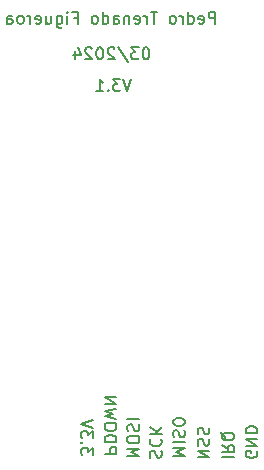
<source format=gbo>
G04 #@! TF.GenerationSoftware,KiCad,Pcbnew,7.0.9*
G04 #@! TF.CreationDate,2024-04-16T21:14:58+02:00*
G04 #@! TF.ProjectId,NFC_Programmer,4e46435f-5072-46f6-9772-616d6d65722e,3.0*
G04 #@! TF.SameCoordinates,Original*
G04 #@! TF.FileFunction,Legend,Bot*
G04 #@! TF.FilePolarity,Positive*
%FSLAX46Y46*%
G04 Gerber Fmt 4.6, Leading zero omitted, Abs format (unit mm)*
G04 Created by KiCad (PCBNEW 7.0.9) date 2024-04-16 21:14:58*
%MOMM*%
%LPD*%
G01*
G04 APERTURE LIST*
%ADD10C,0.153000*%
%ADD11C,3.000000*%
%ADD12R,1.350000X1.350000*%
%ADD13O,1.350000X1.350000*%
G04 APERTURE END LIST*
D10*
X147030336Y-106711247D02*
X148030336Y-106711247D01*
X148030336Y-106711247D02*
X147030336Y-106139819D01*
X147030336Y-106139819D02*
X148030336Y-106139819D01*
X147077956Y-105711247D02*
X147030336Y-105568390D01*
X147030336Y-105568390D02*
X147030336Y-105330295D01*
X147030336Y-105330295D02*
X147077956Y-105235057D01*
X147077956Y-105235057D02*
X147125575Y-105187438D01*
X147125575Y-105187438D02*
X147220813Y-105139819D01*
X147220813Y-105139819D02*
X147316051Y-105139819D01*
X147316051Y-105139819D02*
X147411289Y-105187438D01*
X147411289Y-105187438D02*
X147458908Y-105235057D01*
X147458908Y-105235057D02*
X147506527Y-105330295D01*
X147506527Y-105330295D02*
X147554146Y-105520771D01*
X147554146Y-105520771D02*
X147601765Y-105616009D01*
X147601765Y-105616009D02*
X147649384Y-105663628D01*
X147649384Y-105663628D02*
X147744622Y-105711247D01*
X147744622Y-105711247D02*
X147839860Y-105711247D01*
X147839860Y-105711247D02*
X147935098Y-105663628D01*
X147935098Y-105663628D02*
X147982717Y-105616009D01*
X147982717Y-105616009D02*
X148030336Y-105520771D01*
X148030336Y-105520771D02*
X148030336Y-105282676D01*
X148030336Y-105282676D02*
X147982717Y-105139819D01*
X147077956Y-104758866D02*
X147030336Y-104616009D01*
X147030336Y-104616009D02*
X147030336Y-104377914D01*
X147030336Y-104377914D02*
X147077956Y-104282676D01*
X147077956Y-104282676D02*
X147125575Y-104235057D01*
X147125575Y-104235057D02*
X147220813Y-104187438D01*
X147220813Y-104187438D02*
X147316051Y-104187438D01*
X147316051Y-104187438D02*
X147411289Y-104235057D01*
X147411289Y-104235057D02*
X147458908Y-104282676D01*
X147458908Y-104282676D02*
X147506527Y-104377914D01*
X147506527Y-104377914D02*
X147554146Y-104568390D01*
X147554146Y-104568390D02*
X147601765Y-104663628D01*
X147601765Y-104663628D02*
X147649384Y-104711247D01*
X147649384Y-104711247D02*
X147744622Y-104758866D01*
X147744622Y-104758866D02*
X147839860Y-104758866D01*
X147839860Y-104758866D02*
X147935098Y-104711247D01*
X147935098Y-104711247D02*
X147982717Y-104663628D01*
X147982717Y-104663628D02*
X148030336Y-104568390D01*
X148030336Y-104568390D02*
X148030336Y-104330295D01*
X148030336Y-104330295D02*
X147982717Y-104187438D01*
X139160336Y-106401247D02*
X140160336Y-106401247D01*
X140160336Y-106401247D02*
X140160336Y-106020295D01*
X140160336Y-106020295D02*
X140112717Y-105925057D01*
X140112717Y-105925057D02*
X140065098Y-105877438D01*
X140065098Y-105877438D02*
X139969860Y-105829819D01*
X139969860Y-105829819D02*
X139827003Y-105829819D01*
X139827003Y-105829819D02*
X139731765Y-105877438D01*
X139731765Y-105877438D02*
X139684146Y-105925057D01*
X139684146Y-105925057D02*
X139636527Y-106020295D01*
X139636527Y-106020295D02*
X139636527Y-106401247D01*
X139160336Y-105401247D02*
X140160336Y-105401247D01*
X140160336Y-105401247D02*
X140160336Y-105163152D01*
X140160336Y-105163152D02*
X140112717Y-105020295D01*
X140112717Y-105020295D02*
X140017479Y-104925057D01*
X140017479Y-104925057D02*
X139922241Y-104877438D01*
X139922241Y-104877438D02*
X139731765Y-104829819D01*
X139731765Y-104829819D02*
X139588908Y-104829819D01*
X139588908Y-104829819D02*
X139398432Y-104877438D01*
X139398432Y-104877438D02*
X139303194Y-104925057D01*
X139303194Y-104925057D02*
X139207956Y-105020295D01*
X139207956Y-105020295D02*
X139160336Y-105163152D01*
X139160336Y-105163152D02*
X139160336Y-105401247D01*
X140160336Y-104210771D02*
X140160336Y-104020295D01*
X140160336Y-104020295D02*
X140112717Y-103925057D01*
X140112717Y-103925057D02*
X140017479Y-103829819D01*
X140017479Y-103829819D02*
X139827003Y-103782200D01*
X139827003Y-103782200D02*
X139493670Y-103782200D01*
X139493670Y-103782200D02*
X139303194Y-103829819D01*
X139303194Y-103829819D02*
X139207956Y-103925057D01*
X139207956Y-103925057D02*
X139160336Y-104020295D01*
X139160336Y-104020295D02*
X139160336Y-104210771D01*
X139160336Y-104210771D02*
X139207956Y-104306009D01*
X139207956Y-104306009D02*
X139303194Y-104401247D01*
X139303194Y-104401247D02*
X139493670Y-104448866D01*
X139493670Y-104448866D02*
X139827003Y-104448866D01*
X139827003Y-104448866D02*
X140017479Y-104401247D01*
X140017479Y-104401247D02*
X140112717Y-104306009D01*
X140112717Y-104306009D02*
X140160336Y-104210771D01*
X140160336Y-103448866D02*
X139160336Y-103210771D01*
X139160336Y-103210771D02*
X139874622Y-103020295D01*
X139874622Y-103020295D02*
X139160336Y-102829819D01*
X139160336Y-102829819D02*
X140160336Y-102591724D01*
X139160336Y-102210771D02*
X140160336Y-102210771D01*
X140160336Y-102210771D02*
X139160336Y-101639343D01*
X139160336Y-101639343D02*
X140160336Y-101639343D01*
X152042717Y-106187438D02*
X152090336Y-106282676D01*
X152090336Y-106282676D02*
X152090336Y-106425533D01*
X152090336Y-106425533D02*
X152042717Y-106568390D01*
X152042717Y-106568390D02*
X151947479Y-106663628D01*
X151947479Y-106663628D02*
X151852241Y-106711247D01*
X151852241Y-106711247D02*
X151661765Y-106758866D01*
X151661765Y-106758866D02*
X151518908Y-106758866D01*
X151518908Y-106758866D02*
X151328432Y-106711247D01*
X151328432Y-106711247D02*
X151233194Y-106663628D01*
X151233194Y-106663628D02*
X151137956Y-106568390D01*
X151137956Y-106568390D02*
X151090336Y-106425533D01*
X151090336Y-106425533D02*
X151090336Y-106330295D01*
X151090336Y-106330295D02*
X151137956Y-106187438D01*
X151137956Y-106187438D02*
X151185575Y-106139819D01*
X151185575Y-106139819D02*
X151518908Y-106139819D01*
X151518908Y-106139819D02*
X151518908Y-106330295D01*
X151090336Y-105711247D02*
X152090336Y-105711247D01*
X152090336Y-105711247D02*
X151090336Y-105139819D01*
X151090336Y-105139819D02*
X152090336Y-105139819D01*
X151090336Y-104663628D02*
X152090336Y-104663628D01*
X152090336Y-104663628D02*
X152090336Y-104425533D01*
X152090336Y-104425533D02*
X152042717Y-104282676D01*
X152042717Y-104282676D02*
X151947479Y-104187438D01*
X151947479Y-104187438D02*
X151852241Y-104139819D01*
X151852241Y-104139819D02*
X151661765Y-104092200D01*
X151661765Y-104092200D02*
X151518908Y-104092200D01*
X151518908Y-104092200D02*
X151328432Y-104139819D01*
X151328432Y-104139819D02*
X151233194Y-104187438D01*
X151233194Y-104187438D02*
X151137956Y-104282676D01*
X151137956Y-104282676D02*
X151090336Y-104425533D01*
X151090336Y-104425533D02*
X151090336Y-104663628D01*
X143037956Y-106728866D02*
X142990336Y-106586009D01*
X142990336Y-106586009D02*
X142990336Y-106347914D01*
X142990336Y-106347914D02*
X143037956Y-106252676D01*
X143037956Y-106252676D02*
X143085575Y-106205057D01*
X143085575Y-106205057D02*
X143180813Y-106157438D01*
X143180813Y-106157438D02*
X143276051Y-106157438D01*
X143276051Y-106157438D02*
X143371289Y-106205057D01*
X143371289Y-106205057D02*
X143418908Y-106252676D01*
X143418908Y-106252676D02*
X143466527Y-106347914D01*
X143466527Y-106347914D02*
X143514146Y-106538390D01*
X143514146Y-106538390D02*
X143561765Y-106633628D01*
X143561765Y-106633628D02*
X143609384Y-106681247D01*
X143609384Y-106681247D02*
X143704622Y-106728866D01*
X143704622Y-106728866D02*
X143799860Y-106728866D01*
X143799860Y-106728866D02*
X143895098Y-106681247D01*
X143895098Y-106681247D02*
X143942717Y-106633628D01*
X143942717Y-106633628D02*
X143990336Y-106538390D01*
X143990336Y-106538390D02*
X143990336Y-106300295D01*
X143990336Y-106300295D02*
X143942717Y-106157438D01*
X143085575Y-105157438D02*
X143037956Y-105205057D01*
X143037956Y-105205057D02*
X142990336Y-105347914D01*
X142990336Y-105347914D02*
X142990336Y-105443152D01*
X142990336Y-105443152D02*
X143037956Y-105586009D01*
X143037956Y-105586009D02*
X143133194Y-105681247D01*
X143133194Y-105681247D02*
X143228432Y-105728866D01*
X143228432Y-105728866D02*
X143418908Y-105776485D01*
X143418908Y-105776485D02*
X143561765Y-105776485D01*
X143561765Y-105776485D02*
X143752241Y-105728866D01*
X143752241Y-105728866D02*
X143847479Y-105681247D01*
X143847479Y-105681247D02*
X143942717Y-105586009D01*
X143942717Y-105586009D02*
X143990336Y-105443152D01*
X143990336Y-105443152D02*
X143990336Y-105347914D01*
X143990336Y-105347914D02*
X143942717Y-105205057D01*
X143942717Y-105205057D02*
X143895098Y-105157438D01*
X142990336Y-104728866D02*
X143990336Y-104728866D01*
X142990336Y-104157438D02*
X143561765Y-104586009D01*
X143990336Y-104157438D02*
X143418908Y-104728866D01*
X141090336Y-106631247D02*
X142090336Y-106631247D01*
X142090336Y-106631247D02*
X141376051Y-106297914D01*
X141376051Y-106297914D02*
X142090336Y-105964581D01*
X142090336Y-105964581D02*
X141090336Y-105964581D01*
X142090336Y-105297914D02*
X142090336Y-105107438D01*
X142090336Y-105107438D02*
X142042717Y-105012200D01*
X142042717Y-105012200D02*
X141947479Y-104916962D01*
X141947479Y-104916962D02*
X141757003Y-104869343D01*
X141757003Y-104869343D02*
X141423670Y-104869343D01*
X141423670Y-104869343D02*
X141233194Y-104916962D01*
X141233194Y-104916962D02*
X141137956Y-105012200D01*
X141137956Y-105012200D02*
X141090336Y-105107438D01*
X141090336Y-105107438D02*
X141090336Y-105297914D01*
X141090336Y-105297914D02*
X141137956Y-105393152D01*
X141137956Y-105393152D02*
X141233194Y-105488390D01*
X141233194Y-105488390D02*
X141423670Y-105536009D01*
X141423670Y-105536009D02*
X141757003Y-105536009D01*
X141757003Y-105536009D02*
X141947479Y-105488390D01*
X141947479Y-105488390D02*
X142042717Y-105393152D01*
X142042717Y-105393152D02*
X142090336Y-105297914D01*
X141137956Y-104488390D02*
X141090336Y-104345533D01*
X141090336Y-104345533D02*
X141090336Y-104107438D01*
X141090336Y-104107438D02*
X141137956Y-104012200D01*
X141137956Y-104012200D02*
X141185575Y-103964581D01*
X141185575Y-103964581D02*
X141280813Y-103916962D01*
X141280813Y-103916962D02*
X141376051Y-103916962D01*
X141376051Y-103916962D02*
X141471289Y-103964581D01*
X141471289Y-103964581D02*
X141518908Y-104012200D01*
X141518908Y-104012200D02*
X141566527Y-104107438D01*
X141566527Y-104107438D02*
X141614146Y-104297914D01*
X141614146Y-104297914D02*
X141661765Y-104393152D01*
X141661765Y-104393152D02*
X141709384Y-104440771D01*
X141709384Y-104440771D02*
X141804622Y-104488390D01*
X141804622Y-104488390D02*
X141899860Y-104488390D01*
X141899860Y-104488390D02*
X141995098Y-104440771D01*
X141995098Y-104440771D02*
X142042717Y-104393152D01*
X142042717Y-104393152D02*
X142090336Y-104297914D01*
X142090336Y-104297914D02*
X142090336Y-104059819D01*
X142090336Y-104059819D02*
X142042717Y-103916962D01*
X141090336Y-103488390D02*
X142090336Y-103488390D01*
X142700771Y-72009663D02*
X142605533Y-72009663D01*
X142605533Y-72009663D02*
X142510295Y-72057282D01*
X142510295Y-72057282D02*
X142462676Y-72104901D01*
X142462676Y-72104901D02*
X142415057Y-72200139D01*
X142415057Y-72200139D02*
X142367438Y-72390615D01*
X142367438Y-72390615D02*
X142367438Y-72628710D01*
X142367438Y-72628710D02*
X142415057Y-72819186D01*
X142415057Y-72819186D02*
X142462676Y-72914424D01*
X142462676Y-72914424D02*
X142510295Y-72962044D01*
X142510295Y-72962044D02*
X142605533Y-73009663D01*
X142605533Y-73009663D02*
X142700771Y-73009663D01*
X142700771Y-73009663D02*
X142796009Y-72962044D01*
X142796009Y-72962044D02*
X142843628Y-72914424D01*
X142843628Y-72914424D02*
X142891247Y-72819186D01*
X142891247Y-72819186D02*
X142938866Y-72628710D01*
X142938866Y-72628710D02*
X142938866Y-72390615D01*
X142938866Y-72390615D02*
X142891247Y-72200139D01*
X142891247Y-72200139D02*
X142843628Y-72104901D01*
X142843628Y-72104901D02*
X142796009Y-72057282D01*
X142796009Y-72057282D02*
X142700771Y-72009663D01*
X142034104Y-72009663D02*
X141415057Y-72009663D01*
X141415057Y-72009663D02*
X141748390Y-72390615D01*
X141748390Y-72390615D02*
X141605533Y-72390615D01*
X141605533Y-72390615D02*
X141510295Y-72438234D01*
X141510295Y-72438234D02*
X141462676Y-72485853D01*
X141462676Y-72485853D02*
X141415057Y-72581091D01*
X141415057Y-72581091D02*
X141415057Y-72819186D01*
X141415057Y-72819186D02*
X141462676Y-72914424D01*
X141462676Y-72914424D02*
X141510295Y-72962044D01*
X141510295Y-72962044D02*
X141605533Y-73009663D01*
X141605533Y-73009663D02*
X141891247Y-73009663D01*
X141891247Y-73009663D02*
X141986485Y-72962044D01*
X141986485Y-72962044D02*
X142034104Y-72914424D01*
X140272200Y-71962044D02*
X141129342Y-73247758D01*
X139986485Y-72104901D02*
X139938866Y-72057282D01*
X139938866Y-72057282D02*
X139843628Y-72009663D01*
X139843628Y-72009663D02*
X139605533Y-72009663D01*
X139605533Y-72009663D02*
X139510295Y-72057282D01*
X139510295Y-72057282D02*
X139462676Y-72104901D01*
X139462676Y-72104901D02*
X139415057Y-72200139D01*
X139415057Y-72200139D02*
X139415057Y-72295377D01*
X139415057Y-72295377D02*
X139462676Y-72438234D01*
X139462676Y-72438234D02*
X140034104Y-73009663D01*
X140034104Y-73009663D02*
X139415057Y-73009663D01*
X138796009Y-72009663D02*
X138700771Y-72009663D01*
X138700771Y-72009663D02*
X138605533Y-72057282D01*
X138605533Y-72057282D02*
X138557914Y-72104901D01*
X138557914Y-72104901D02*
X138510295Y-72200139D01*
X138510295Y-72200139D02*
X138462676Y-72390615D01*
X138462676Y-72390615D02*
X138462676Y-72628710D01*
X138462676Y-72628710D02*
X138510295Y-72819186D01*
X138510295Y-72819186D02*
X138557914Y-72914424D01*
X138557914Y-72914424D02*
X138605533Y-72962044D01*
X138605533Y-72962044D02*
X138700771Y-73009663D01*
X138700771Y-73009663D02*
X138796009Y-73009663D01*
X138796009Y-73009663D02*
X138891247Y-72962044D01*
X138891247Y-72962044D02*
X138938866Y-72914424D01*
X138938866Y-72914424D02*
X138986485Y-72819186D01*
X138986485Y-72819186D02*
X139034104Y-72628710D01*
X139034104Y-72628710D02*
X139034104Y-72390615D01*
X139034104Y-72390615D02*
X138986485Y-72200139D01*
X138986485Y-72200139D02*
X138938866Y-72104901D01*
X138938866Y-72104901D02*
X138891247Y-72057282D01*
X138891247Y-72057282D02*
X138796009Y-72009663D01*
X138081723Y-72104901D02*
X138034104Y-72057282D01*
X138034104Y-72057282D02*
X137938866Y-72009663D01*
X137938866Y-72009663D02*
X137700771Y-72009663D01*
X137700771Y-72009663D02*
X137605533Y-72057282D01*
X137605533Y-72057282D02*
X137557914Y-72104901D01*
X137557914Y-72104901D02*
X137510295Y-72200139D01*
X137510295Y-72200139D02*
X137510295Y-72295377D01*
X137510295Y-72295377D02*
X137557914Y-72438234D01*
X137557914Y-72438234D02*
X138129342Y-73009663D01*
X138129342Y-73009663D02*
X137510295Y-73009663D01*
X136653152Y-72342996D02*
X136653152Y-73009663D01*
X136891247Y-71962044D02*
X137129342Y-72676329D01*
X137129342Y-72676329D02*
X136510295Y-72676329D01*
X138170336Y-106526485D02*
X138170336Y-105907438D01*
X138170336Y-105907438D02*
X137789384Y-106240771D01*
X137789384Y-106240771D02*
X137789384Y-106097914D01*
X137789384Y-106097914D02*
X137741765Y-106002676D01*
X137741765Y-106002676D02*
X137694146Y-105955057D01*
X137694146Y-105955057D02*
X137598908Y-105907438D01*
X137598908Y-105907438D02*
X137360813Y-105907438D01*
X137360813Y-105907438D02*
X137265575Y-105955057D01*
X137265575Y-105955057D02*
X137217956Y-106002676D01*
X137217956Y-106002676D02*
X137170336Y-106097914D01*
X137170336Y-106097914D02*
X137170336Y-106383628D01*
X137170336Y-106383628D02*
X137217956Y-106478866D01*
X137217956Y-106478866D02*
X137265575Y-106526485D01*
X137265575Y-105478866D02*
X137217956Y-105431247D01*
X137217956Y-105431247D02*
X137170336Y-105478866D01*
X137170336Y-105478866D02*
X137217956Y-105526485D01*
X137217956Y-105526485D02*
X137265575Y-105478866D01*
X137265575Y-105478866D02*
X137170336Y-105478866D01*
X138170336Y-105097914D02*
X138170336Y-104478867D01*
X138170336Y-104478867D02*
X137789384Y-104812200D01*
X137789384Y-104812200D02*
X137789384Y-104669343D01*
X137789384Y-104669343D02*
X137741765Y-104574105D01*
X137741765Y-104574105D02*
X137694146Y-104526486D01*
X137694146Y-104526486D02*
X137598908Y-104478867D01*
X137598908Y-104478867D02*
X137360813Y-104478867D01*
X137360813Y-104478867D02*
X137265575Y-104526486D01*
X137265575Y-104526486D02*
X137217956Y-104574105D01*
X137217956Y-104574105D02*
X137170336Y-104669343D01*
X137170336Y-104669343D02*
X137170336Y-104955057D01*
X137170336Y-104955057D02*
X137217956Y-105050295D01*
X137217956Y-105050295D02*
X137265575Y-105097914D01*
X138170336Y-104193152D02*
X137170336Y-103859819D01*
X137170336Y-103859819D02*
X138170336Y-103526486D01*
X149100336Y-106711247D02*
X150100336Y-106711247D01*
X149100336Y-105663629D02*
X149576527Y-105996962D01*
X149100336Y-106235057D02*
X150100336Y-106235057D01*
X150100336Y-106235057D02*
X150100336Y-105854105D01*
X150100336Y-105854105D02*
X150052717Y-105758867D01*
X150052717Y-105758867D02*
X150005098Y-105711248D01*
X150005098Y-105711248D02*
X149909860Y-105663629D01*
X149909860Y-105663629D02*
X149767003Y-105663629D01*
X149767003Y-105663629D02*
X149671765Y-105711248D01*
X149671765Y-105711248D02*
X149624146Y-105758867D01*
X149624146Y-105758867D02*
X149576527Y-105854105D01*
X149576527Y-105854105D02*
X149576527Y-106235057D01*
X149005098Y-104568391D02*
X149052717Y-104663629D01*
X149052717Y-104663629D02*
X149147956Y-104758867D01*
X149147956Y-104758867D02*
X149290813Y-104901724D01*
X149290813Y-104901724D02*
X149338432Y-104996962D01*
X149338432Y-104996962D02*
X149338432Y-105092200D01*
X149100336Y-105044581D02*
X149147956Y-105139819D01*
X149147956Y-105139819D02*
X149243194Y-105235057D01*
X149243194Y-105235057D02*
X149433670Y-105282676D01*
X149433670Y-105282676D02*
X149767003Y-105282676D01*
X149767003Y-105282676D02*
X149957479Y-105235057D01*
X149957479Y-105235057D02*
X150052717Y-105139819D01*
X150052717Y-105139819D02*
X150100336Y-105044581D01*
X150100336Y-105044581D02*
X150100336Y-104854105D01*
X150100336Y-104854105D02*
X150052717Y-104758867D01*
X150052717Y-104758867D02*
X149957479Y-104663629D01*
X149957479Y-104663629D02*
X149767003Y-104616010D01*
X149767003Y-104616010D02*
X149433670Y-104616010D01*
X149433670Y-104616010D02*
X149243194Y-104663629D01*
X149243194Y-104663629D02*
X149147956Y-104758867D01*
X149147956Y-104758867D02*
X149100336Y-104854105D01*
X149100336Y-104854105D02*
X149100336Y-105044581D01*
X141404104Y-74699663D02*
X141070771Y-75699663D01*
X141070771Y-75699663D02*
X140737438Y-74699663D01*
X140499342Y-74699663D02*
X139880295Y-74699663D01*
X139880295Y-74699663D02*
X140213628Y-75080615D01*
X140213628Y-75080615D02*
X140070771Y-75080615D01*
X140070771Y-75080615D02*
X139975533Y-75128234D01*
X139975533Y-75128234D02*
X139927914Y-75175853D01*
X139927914Y-75175853D02*
X139880295Y-75271091D01*
X139880295Y-75271091D02*
X139880295Y-75509186D01*
X139880295Y-75509186D02*
X139927914Y-75604424D01*
X139927914Y-75604424D02*
X139975533Y-75652044D01*
X139975533Y-75652044D02*
X140070771Y-75699663D01*
X140070771Y-75699663D02*
X140356485Y-75699663D01*
X140356485Y-75699663D02*
X140451723Y-75652044D01*
X140451723Y-75652044D02*
X140499342Y-75604424D01*
X139451723Y-75604424D02*
X139404104Y-75652044D01*
X139404104Y-75652044D02*
X139451723Y-75699663D01*
X139451723Y-75699663D02*
X139499342Y-75652044D01*
X139499342Y-75652044D02*
X139451723Y-75604424D01*
X139451723Y-75604424D02*
X139451723Y-75699663D01*
X138451724Y-75699663D02*
X139023152Y-75699663D01*
X138737438Y-75699663D02*
X138737438Y-74699663D01*
X138737438Y-74699663D02*
X138832676Y-74842520D01*
X138832676Y-74842520D02*
X138927914Y-74937758D01*
X138927914Y-74937758D02*
X139023152Y-74985377D01*
X144950336Y-106571247D02*
X145950336Y-106571247D01*
X145950336Y-106571247D02*
X145236051Y-106237914D01*
X145236051Y-106237914D02*
X145950336Y-105904581D01*
X145950336Y-105904581D02*
X144950336Y-105904581D01*
X144950336Y-105428390D02*
X145950336Y-105428390D01*
X144997956Y-104999819D02*
X144950336Y-104856962D01*
X144950336Y-104856962D02*
X144950336Y-104618867D01*
X144950336Y-104618867D02*
X144997956Y-104523629D01*
X144997956Y-104523629D02*
X145045575Y-104476010D01*
X145045575Y-104476010D02*
X145140813Y-104428391D01*
X145140813Y-104428391D02*
X145236051Y-104428391D01*
X145236051Y-104428391D02*
X145331289Y-104476010D01*
X145331289Y-104476010D02*
X145378908Y-104523629D01*
X145378908Y-104523629D02*
X145426527Y-104618867D01*
X145426527Y-104618867D02*
X145474146Y-104809343D01*
X145474146Y-104809343D02*
X145521765Y-104904581D01*
X145521765Y-104904581D02*
X145569384Y-104952200D01*
X145569384Y-104952200D02*
X145664622Y-104999819D01*
X145664622Y-104999819D02*
X145759860Y-104999819D01*
X145759860Y-104999819D02*
X145855098Y-104952200D01*
X145855098Y-104952200D02*
X145902717Y-104904581D01*
X145902717Y-104904581D02*
X145950336Y-104809343D01*
X145950336Y-104809343D02*
X145950336Y-104571248D01*
X145950336Y-104571248D02*
X145902717Y-104428391D01*
X145950336Y-103809343D02*
X145950336Y-103618867D01*
X145950336Y-103618867D02*
X145902717Y-103523629D01*
X145902717Y-103523629D02*
X145807479Y-103428391D01*
X145807479Y-103428391D02*
X145617003Y-103380772D01*
X145617003Y-103380772D02*
X145283670Y-103380772D01*
X145283670Y-103380772D02*
X145093194Y-103428391D01*
X145093194Y-103428391D02*
X144997956Y-103523629D01*
X144997956Y-103523629D02*
X144950336Y-103618867D01*
X144950336Y-103618867D02*
X144950336Y-103809343D01*
X144950336Y-103809343D02*
X144997956Y-103904581D01*
X144997956Y-103904581D02*
X145093194Y-103999819D01*
X145093194Y-103999819D02*
X145283670Y-104047438D01*
X145283670Y-104047438D02*
X145617003Y-104047438D01*
X145617003Y-104047438D02*
X145807479Y-103999819D01*
X145807479Y-103999819D02*
X145902717Y-103904581D01*
X145902717Y-103904581D02*
X145950336Y-103809343D01*
X148531247Y-69999663D02*
X148531247Y-68999663D01*
X148531247Y-68999663D02*
X148150295Y-68999663D01*
X148150295Y-68999663D02*
X148055057Y-69047282D01*
X148055057Y-69047282D02*
X148007438Y-69094901D01*
X148007438Y-69094901D02*
X147959819Y-69190139D01*
X147959819Y-69190139D02*
X147959819Y-69332996D01*
X147959819Y-69332996D02*
X148007438Y-69428234D01*
X148007438Y-69428234D02*
X148055057Y-69475853D01*
X148055057Y-69475853D02*
X148150295Y-69523472D01*
X148150295Y-69523472D02*
X148531247Y-69523472D01*
X147150295Y-69952044D02*
X147245533Y-69999663D01*
X147245533Y-69999663D02*
X147436009Y-69999663D01*
X147436009Y-69999663D02*
X147531247Y-69952044D01*
X147531247Y-69952044D02*
X147578866Y-69856805D01*
X147578866Y-69856805D02*
X147578866Y-69475853D01*
X147578866Y-69475853D02*
X147531247Y-69380615D01*
X147531247Y-69380615D02*
X147436009Y-69332996D01*
X147436009Y-69332996D02*
X147245533Y-69332996D01*
X147245533Y-69332996D02*
X147150295Y-69380615D01*
X147150295Y-69380615D02*
X147102676Y-69475853D01*
X147102676Y-69475853D02*
X147102676Y-69571091D01*
X147102676Y-69571091D02*
X147578866Y-69666329D01*
X146245533Y-69999663D02*
X146245533Y-68999663D01*
X146245533Y-69952044D02*
X146340771Y-69999663D01*
X146340771Y-69999663D02*
X146531247Y-69999663D01*
X146531247Y-69999663D02*
X146626485Y-69952044D01*
X146626485Y-69952044D02*
X146674104Y-69904424D01*
X146674104Y-69904424D02*
X146721723Y-69809186D01*
X146721723Y-69809186D02*
X146721723Y-69523472D01*
X146721723Y-69523472D02*
X146674104Y-69428234D01*
X146674104Y-69428234D02*
X146626485Y-69380615D01*
X146626485Y-69380615D02*
X146531247Y-69332996D01*
X146531247Y-69332996D02*
X146340771Y-69332996D01*
X146340771Y-69332996D02*
X146245533Y-69380615D01*
X145769342Y-69999663D02*
X145769342Y-69332996D01*
X145769342Y-69523472D02*
X145721723Y-69428234D01*
X145721723Y-69428234D02*
X145674104Y-69380615D01*
X145674104Y-69380615D02*
X145578866Y-69332996D01*
X145578866Y-69332996D02*
X145483628Y-69332996D01*
X145007437Y-69999663D02*
X145102675Y-69952044D01*
X145102675Y-69952044D02*
X145150294Y-69904424D01*
X145150294Y-69904424D02*
X145197913Y-69809186D01*
X145197913Y-69809186D02*
X145197913Y-69523472D01*
X145197913Y-69523472D02*
X145150294Y-69428234D01*
X145150294Y-69428234D02*
X145102675Y-69380615D01*
X145102675Y-69380615D02*
X145007437Y-69332996D01*
X145007437Y-69332996D02*
X144864580Y-69332996D01*
X144864580Y-69332996D02*
X144769342Y-69380615D01*
X144769342Y-69380615D02*
X144721723Y-69428234D01*
X144721723Y-69428234D02*
X144674104Y-69523472D01*
X144674104Y-69523472D02*
X144674104Y-69809186D01*
X144674104Y-69809186D02*
X144721723Y-69904424D01*
X144721723Y-69904424D02*
X144769342Y-69952044D01*
X144769342Y-69952044D02*
X144864580Y-69999663D01*
X144864580Y-69999663D02*
X145007437Y-69999663D01*
X143626484Y-68999663D02*
X143055056Y-68999663D01*
X143340770Y-69999663D02*
X143340770Y-68999663D01*
X142721722Y-69999663D02*
X142721722Y-69332996D01*
X142721722Y-69523472D02*
X142674103Y-69428234D01*
X142674103Y-69428234D02*
X142626484Y-69380615D01*
X142626484Y-69380615D02*
X142531246Y-69332996D01*
X142531246Y-69332996D02*
X142436008Y-69332996D01*
X141721722Y-69952044D02*
X141816960Y-69999663D01*
X141816960Y-69999663D02*
X142007436Y-69999663D01*
X142007436Y-69999663D02*
X142102674Y-69952044D01*
X142102674Y-69952044D02*
X142150293Y-69856805D01*
X142150293Y-69856805D02*
X142150293Y-69475853D01*
X142150293Y-69475853D02*
X142102674Y-69380615D01*
X142102674Y-69380615D02*
X142007436Y-69332996D01*
X142007436Y-69332996D02*
X141816960Y-69332996D01*
X141816960Y-69332996D02*
X141721722Y-69380615D01*
X141721722Y-69380615D02*
X141674103Y-69475853D01*
X141674103Y-69475853D02*
X141674103Y-69571091D01*
X141674103Y-69571091D02*
X142150293Y-69666329D01*
X141245531Y-69332996D02*
X141245531Y-69999663D01*
X141245531Y-69428234D02*
X141197912Y-69380615D01*
X141197912Y-69380615D02*
X141102674Y-69332996D01*
X141102674Y-69332996D02*
X140959817Y-69332996D01*
X140959817Y-69332996D02*
X140864579Y-69380615D01*
X140864579Y-69380615D02*
X140816960Y-69475853D01*
X140816960Y-69475853D02*
X140816960Y-69999663D01*
X139912198Y-69999663D02*
X139912198Y-69475853D01*
X139912198Y-69475853D02*
X139959817Y-69380615D01*
X139959817Y-69380615D02*
X140055055Y-69332996D01*
X140055055Y-69332996D02*
X140245531Y-69332996D01*
X140245531Y-69332996D02*
X140340769Y-69380615D01*
X139912198Y-69952044D02*
X140007436Y-69999663D01*
X140007436Y-69999663D02*
X140245531Y-69999663D01*
X140245531Y-69999663D02*
X140340769Y-69952044D01*
X140340769Y-69952044D02*
X140388388Y-69856805D01*
X140388388Y-69856805D02*
X140388388Y-69761567D01*
X140388388Y-69761567D02*
X140340769Y-69666329D01*
X140340769Y-69666329D02*
X140245531Y-69618710D01*
X140245531Y-69618710D02*
X140007436Y-69618710D01*
X140007436Y-69618710D02*
X139912198Y-69571091D01*
X139007436Y-69999663D02*
X139007436Y-68999663D01*
X139007436Y-69952044D02*
X139102674Y-69999663D01*
X139102674Y-69999663D02*
X139293150Y-69999663D01*
X139293150Y-69999663D02*
X139388388Y-69952044D01*
X139388388Y-69952044D02*
X139436007Y-69904424D01*
X139436007Y-69904424D02*
X139483626Y-69809186D01*
X139483626Y-69809186D02*
X139483626Y-69523472D01*
X139483626Y-69523472D02*
X139436007Y-69428234D01*
X139436007Y-69428234D02*
X139388388Y-69380615D01*
X139388388Y-69380615D02*
X139293150Y-69332996D01*
X139293150Y-69332996D02*
X139102674Y-69332996D01*
X139102674Y-69332996D02*
X139007436Y-69380615D01*
X138388388Y-69999663D02*
X138483626Y-69952044D01*
X138483626Y-69952044D02*
X138531245Y-69904424D01*
X138531245Y-69904424D02*
X138578864Y-69809186D01*
X138578864Y-69809186D02*
X138578864Y-69523472D01*
X138578864Y-69523472D02*
X138531245Y-69428234D01*
X138531245Y-69428234D02*
X138483626Y-69380615D01*
X138483626Y-69380615D02*
X138388388Y-69332996D01*
X138388388Y-69332996D02*
X138245531Y-69332996D01*
X138245531Y-69332996D02*
X138150293Y-69380615D01*
X138150293Y-69380615D02*
X138102674Y-69428234D01*
X138102674Y-69428234D02*
X138055055Y-69523472D01*
X138055055Y-69523472D02*
X138055055Y-69809186D01*
X138055055Y-69809186D02*
X138102674Y-69904424D01*
X138102674Y-69904424D02*
X138150293Y-69952044D01*
X138150293Y-69952044D02*
X138245531Y-69999663D01*
X138245531Y-69999663D02*
X138388388Y-69999663D01*
X136531245Y-69475853D02*
X136864578Y-69475853D01*
X136864578Y-69999663D02*
X136864578Y-68999663D01*
X136864578Y-68999663D02*
X136388388Y-68999663D01*
X136007435Y-69999663D02*
X136007435Y-69332996D01*
X136007435Y-68999663D02*
X136055054Y-69047282D01*
X136055054Y-69047282D02*
X136007435Y-69094901D01*
X136007435Y-69094901D02*
X135959816Y-69047282D01*
X135959816Y-69047282D02*
X136007435Y-68999663D01*
X136007435Y-68999663D02*
X136007435Y-69094901D01*
X135102674Y-69332996D02*
X135102674Y-70142520D01*
X135102674Y-70142520D02*
X135150293Y-70237758D01*
X135150293Y-70237758D02*
X135197912Y-70285377D01*
X135197912Y-70285377D02*
X135293150Y-70332996D01*
X135293150Y-70332996D02*
X135436007Y-70332996D01*
X135436007Y-70332996D02*
X135531245Y-70285377D01*
X135102674Y-69952044D02*
X135197912Y-69999663D01*
X135197912Y-69999663D02*
X135388388Y-69999663D01*
X135388388Y-69999663D02*
X135483626Y-69952044D01*
X135483626Y-69952044D02*
X135531245Y-69904424D01*
X135531245Y-69904424D02*
X135578864Y-69809186D01*
X135578864Y-69809186D02*
X135578864Y-69523472D01*
X135578864Y-69523472D02*
X135531245Y-69428234D01*
X135531245Y-69428234D02*
X135483626Y-69380615D01*
X135483626Y-69380615D02*
X135388388Y-69332996D01*
X135388388Y-69332996D02*
X135197912Y-69332996D01*
X135197912Y-69332996D02*
X135102674Y-69380615D01*
X134197912Y-69332996D02*
X134197912Y-69999663D01*
X134626483Y-69332996D02*
X134626483Y-69856805D01*
X134626483Y-69856805D02*
X134578864Y-69952044D01*
X134578864Y-69952044D02*
X134483626Y-69999663D01*
X134483626Y-69999663D02*
X134340769Y-69999663D01*
X134340769Y-69999663D02*
X134245531Y-69952044D01*
X134245531Y-69952044D02*
X134197912Y-69904424D01*
X133340769Y-69952044D02*
X133436007Y-69999663D01*
X133436007Y-69999663D02*
X133626483Y-69999663D01*
X133626483Y-69999663D02*
X133721721Y-69952044D01*
X133721721Y-69952044D02*
X133769340Y-69856805D01*
X133769340Y-69856805D02*
X133769340Y-69475853D01*
X133769340Y-69475853D02*
X133721721Y-69380615D01*
X133721721Y-69380615D02*
X133626483Y-69332996D01*
X133626483Y-69332996D02*
X133436007Y-69332996D01*
X133436007Y-69332996D02*
X133340769Y-69380615D01*
X133340769Y-69380615D02*
X133293150Y-69475853D01*
X133293150Y-69475853D02*
X133293150Y-69571091D01*
X133293150Y-69571091D02*
X133769340Y-69666329D01*
X132864578Y-69999663D02*
X132864578Y-69332996D01*
X132864578Y-69523472D02*
X132816959Y-69428234D01*
X132816959Y-69428234D02*
X132769340Y-69380615D01*
X132769340Y-69380615D02*
X132674102Y-69332996D01*
X132674102Y-69332996D02*
X132578864Y-69332996D01*
X132102673Y-69999663D02*
X132197911Y-69952044D01*
X132197911Y-69952044D02*
X132245530Y-69904424D01*
X132245530Y-69904424D02*
X132293149Y-69809186D01*
X132293149Y-69809186D02*
X132293149Y-69523472D01*
X132293149Y-69523472D02*
X132245530Y-69428234D01*
X132245530Y-69428234D02*
X132197911Y-69380615D01*
X132197911Y-69380615D02*
X132102673Y-69332996D01*
X132102673Y-69332996D02*
X131959816Y-69332996D01*
X131959816Y-69332996D02*
X131864578Y-69380615D01*
X131864578Y-69380615D02*
X131816959Y-69428234D01*
X131816959Y-69428234D02*
X131769340Y-69523472D01*
X131769340Y-69523472D02*
X131769340Y-69809186D01*
X131769340Y-69809186D02*
X131816959Y-69904424D01*
X131816959Y-69904424D02*
X131864578Y-69952044D01*
X131864578Y-69952044D02*
X131959816Y-69999663D01*
X131959816Y-69999663D02*
X132102673Y-69999663D01*
X130912197Y-69999663D02*
X130912197Y-69475853D01*
X130912197Y-69475853D02*
X130959816Y-69380615D01*
X130959816Y-69380615D02*
X131055054Y-69332996D01*
X131055054Y-69332996D02*
X131245530Y-69332996D01*
X131245530Y-69332996D02*
X131340768Y-69380615D01*
X130912197Y-69952044D02*
X131007435Y-69999663D01*
X131007435Y-69999663D02*
X131245530Y-69999663D01*
X131245530Y-69999663D02*
X131340768Y-69952044D01*
X131340768Y-69952044D02*
X131388387Y-69856805D01*
X131388387Y-69856805D02*
X131388387Y-69761567D01*
X131388387Y-69761567D02*
X131340768Y-69666329D01*
X131340768Y-69666329D02*
X131245530Y-69618710D01*
X131245530Y-69618710D02*
X131007435Y-69618710D01*
X131007435Y-69618710D02*
X130912197Y-69571091D01*
%LPC*%
D11*
X124080000Y-58640000D03*
X156120000Y-58640000D03*
D12*
X128530000Y-103060000D03*
D13*
X130530000Y-103060000D03*
D11*
X124060000Y-88020000D03*
D12*
X137670000Y-107810000D03*
D13*
X139670000Y-107810000D03*
X141670000Y-107810000D03*
X143670000Y-107810000D03*
X145670000Y-107810000D03*
X147670000Y-107810000D03*
X149670000Y-107810000D03*
X151670000Y-107810000D03*
D11*
X156110000Y-88020000D03*
%LPD*%
M02*

</source>
